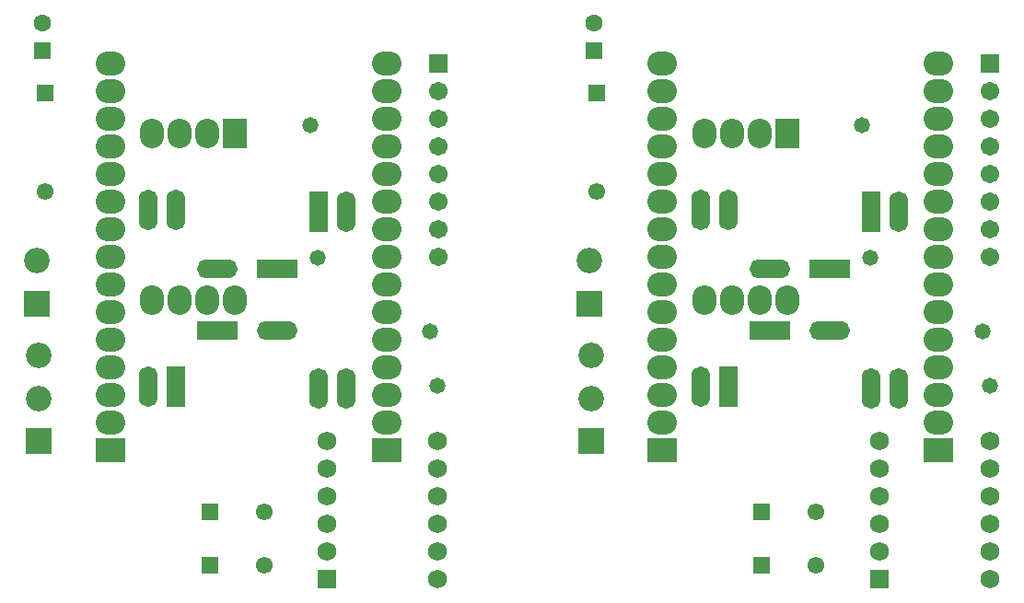
<source format=gbr>
G04*
G04 #@! TF.GenerationSoftware,Altium Limited,Altium Designer,25.0.2 (28)*
G04*
G04 Layer_Color=16711935*
%FSLAX44Y44*%
%MOMM*%
G71*
G04*
G04 #@! TF.SameCoordinates,8B6BD92A-2743-4FC7-A306-186CE1EE4446*
G04*
G04*
G04 #@! TF.FilePolarity,Negative*
G04*
G01*
G75*
%ADD43O,2.7032X2.2032*%
%ADD44R,2.7032X2.2032*%
%ADD45C,2.3532*%
%ADD46R,2.3532X2.3532*%
%ADD47C,1.7272*%
%ADD48R,1.7272X1.7272*%
%ADD49O,2.2032X2.7032*%
%ADD50R,2.2032X2.7032*%
%ADD51R,1.5532X1.5532*%
%ADD52C,1.5532*%
%ADD53C,1.7032*%
%ADD54R,1.7032X1.7032*%
%ADD55C,1.6032*%
%ADD56R,1.6032X1.6032*%
%ADD57R,1.5532X1.5532*%
%ADD58C,1.4732*%
%ADD59O,1.7272X3.7432*%
%ADD60R,1.7272X3.7432*%
%ADD61R,3.7432X1.7272*%
%ADD62O,3.7432X1.7272*%
D43*
X375740Y506270D02*
D03*
Y480870D02*
D03*
Y455470D02*
D03*
Y430070D02*
D03*
Y404670D02*
D03*
Y379270D02*
D03*
Y353870D02*
D03*
Y328470D02*
D03*
Y303070D02*
D03*
Y277670D02*
D03*
Y252270D02*
D03*
Y226870D02*
D03*
Y201470D02*
D03*
Y176070D02*
D03*
X121740Y226870D02*
D03*
Y506270D02*
D03*
Y480870D02*
D03*
Y455470D02*
D03*
Y430070D02*
D03*
Y404670D02*
D03*
Y379270D02*
D03*
Y353870D02*
D03*
Y328470D02*
D03*
Y303070D02*
D03*
Y277670D02*
D03*
Y252270D02*
D03*
Y201470D02*
D03*
Y176070D02*
D03*
X883260Y506270D02*
D03*
Y480870D02*
D03*
Y455470D02*
D03*
Y430070D02*
D03*
Y404670D02*
D03*
Y379270D02*
D03*
Y353870D02*
D03*
Y328470D02*
D03*
Y303070D02*
D03*
Y277670D02*
D03*
Y252270D02*
D03*
Y226870D02*
D03*
Y201470D02*
D03*
Y176070D02*
D03*
X629260Y226870D02*
D03*
Y506270D02*
D03*
Y480870D02*
D03*
Y455470D02*
D03*
Y430070D02*
D03*
Y404670D02*
D03*
Y379270D02*
D03*
Y353870D02*
D03*
Y328470D02*
D03*
Y303070D02*
D03*
Y277670D02*
D03*
Y252270D02*
D03*
Y201470D02*
D03*
Y176070D02*
D03*
D44*
X375740Y150670D02*
D03*
X121740D02*
D03*
X883260D02*
D03*
X629260D02*
D03*
D45*
X55990Y237820D02*
D03*
Y198220D02*
D03*
X54490Y324470D02*
D03*
X563510Y237820D02*
D03*
Y198220D02*
D03*
X562010Y324470D02*
D03*
D46*
X55990Y158620D02*
D03*
X54490Y284870D02*
D03*
X563510Y158620D02*
D03*
X562010Y284870D02*
D03*
D47*
X422590Y158720D02*
D03*
Y133320D02*
D03*
Y107920D02*
D03*
Y82520D02*
D03*
Y57120D02*
D03*
Y31720D02*
D03*
X320990Y133320D02*
D03*
Y57120D02*
D03*
Y158720D02*
D03*
Y107920D02*
D03*
Y82520D02*
D03*
X930110Y158720D02*
D03*
Y133320D02*
D03*
Y107920D02*
D03*
Y82520D02*
D03*
Y57120D02*
D03*
Y31720D02*
D03*
X828510Y133320D02*
D03*
Y57120D02*
D03*
Y158720D02*
D03*
Y107920D02*
D03*
Y82520D02*
D03*
D48*
X320990Y31720D02*
D03*
X828510D02*
D03*
D49*
X160290Y288570D02*
D03*
X185690D02*
D03*
X211090D02*
D03*
X236490D02*
D03*
X160290Y441970D02*
D03*
X185690D02*
D03*
X211090D02*
D03*
X667810Y288570D02*
D03*
X693210D02*
D03*
X718610D02*
D03*
X744010D02*
D03*
X667810Y441970D02*
D03*
X693210D02*
D03*
X718610D02*
D03*
D50*
X236490D02*
D03*
X744010D02*
D03*
D51*
X212990Y93720D02*
D03*
Y44470D02*
D03*
X720510Y93720D02*
D03*
Y44470D02*
D03*
D52*
X262990Y93720D02*
D03*
Y44470D02*
D03*
X61490Y388720D02*
D03*
X770510Y93720D02*
D03*
Y44470D02*
D03*
X569010Y388720D02*
D03*
D53*
X423240Y328520D02*
D03*
Y353920D02*
D03*
Y379320D02*
D03*
Y404720D02*
D03*
Y430120D02*
D03*
Y455520D02*
D03*
Y480920D02*
D03*
X930760Y328520D02*
D03*
Y353920D02*
D03*
Y379320D02*
D03*
Y404720D02*
D03*
Y430120D02*
D03*
Y455520D02*
D03*
Y480920D02*
D03*
D54*
X423240Y506320D02*
D03*
X930760D02*
D03*
D55*
X58990Y543671D02*
D03*
X566510D02*
D03*
D56*
X58990Y518270D02*
D03*
X566510D02*
D03*
D57*
X61490Y478720D02*
D03*
X569010D02*
D03*
D58*
X305240Y449220D02*
D03*
X312740Y327470D02*
D03*
X422590Y209892D02*
D03*
X415866Y260050D02*
D03*
X812760Y449220D02*
D03*
X820260Y327470D02*
D03*
X930110Y209892D02*
D03*
X923386Y260050D02*
D03*
D59*
X338740Y206910D02*
D03*
X313340D02*
D03*
X338740Y369470D02*
D03*
X156990Y208470D02*
D03*
X182390Y371030D02*
D03*
X156990D02*
D03*
X846260Y206910D02*
D03*
X820860D02*
D03*
X846260Y369470D02*
D03*
X664510Y208470D02*
D03*
X689910Y371030D02*
D03*
X664510D02*
D03*
D60*
X313340Y369470D02*
D03*
X182390Y208470D02*
D03*
X820860Y369470D02*
D03*
X689910Y208470D02*
D03*
D61*
X220240Y260470D02*
D03*
X275490Y317470D02*
D03*
X727760Y260470D02*
D03*
X783010Y317470D02*
D03*
D62*
X220240D02*
D03*
X275490Y260470D02*
D03*
X727760Y317470D02*
D03*
X783010Y260470D02*
D03*
M02*

</source>
